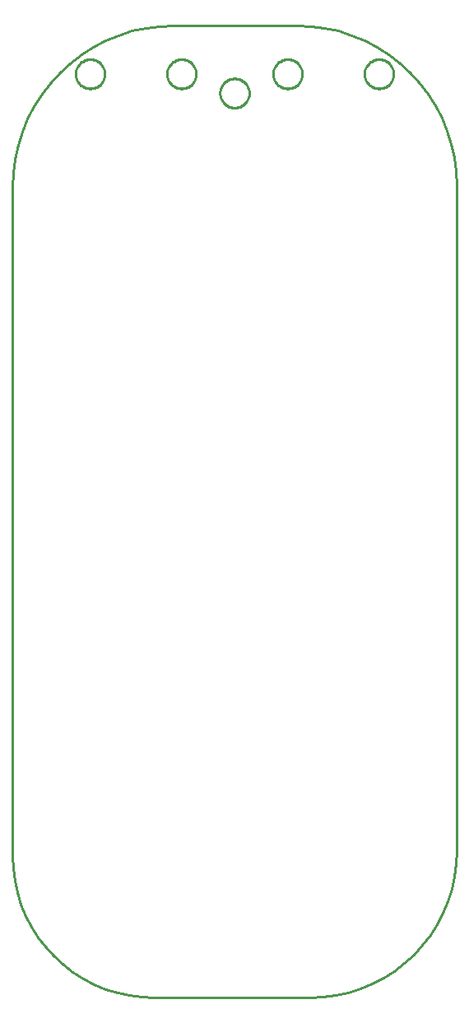
<source format=gbr>
G04 EAGLE Gerber RS-274X export*
G75*
%MOMM*%
%FSLAX34Y34*%
%LPD*%
%IN*%
%IPPOS*%
%AMOC8*
5,1,8,0,0,1.08239X$1,22.5*%
G01*
%ADD10C,0.254000*%


D10*
X0Y145696D02*
X554Y132998D01*
X2213Y120396D01*
X4964Y107987D01*
X8787Y95865D01*
X13651Y84122D01*
X19520Y72848D01*
X26349Y62128D01*
X34086Y52044D01*
X42673Y42673D01*
X52044Y34086D01*
X62128Y26349D01*
X72848Y19520D01*
X84122Y13651D01*
X95865Y8787D01*
X107987Y4964D01*
X120396Y2213D01*
X132998Y554D01*
X145696Y0D01*
X306206Y0D01*
X319348Y574D01*
X332391Y2291D01*
X345234Y5138D01*
X357780Y9094D01*
X369934Y14128D01*
X381603Y20203D01*
X392698Y27271D01*
X403134Y35279D01*
X412833Y44167D01*
X421721Y53866D01*
X429729Y64302D01*
X436797Y75397D01*
X442872Y87066D01*
X447906Y99220D01*
X451862Y111766D01*
X454709Y124609D01*
X456426Y137652D01*
X457000Y150794D01*
X457000Y835525D01*
X456374Y849860D01*
X454501Y864085D01*
X451396Y878094D01*
X447081Y891778D01*
X441590Y905035D01*
X434964Y917762D01*
X427255Y929864D01*
X418520Y941247D01*
X408826Y951826D01*
X398247Y961520D01*
X386864Y970255D01*
X374762Y977964D01*
X362035Y984590D01*
X348778Y990081D01*
X335094Y994396D01*
X321085Y997501D01*
X306860Y999374D01*
X292525Y1000000D01*
X166029Y1000000D01*
X151559Y999368D01*
X137199Y997478D01*
X123058Y994343D01*
X109244Y989987D01*
X95862Y984444D01*
X83015Y977756D01*
X70799Y969974D01*
X59308Y961157D01*
X48629Y951371D01*
X38843Y940692D01*
X30026Y929201D01*
X22244Y916985D01*
X15556Y904138D01*
X10013Y890756D01*
X5657Y876942D01*
X2522Y862801D01*
X632Y848441D01*
X0Y833971D01*
X0Y145696D01*
X213600Y930786D02*
X213676Y931854D01*
X213829Y932915D01*
X214057Y933962D01*
X214359Y934990D01*
X214733Y935994D01*
X215178Y936969D01*
X215692Y937909D01*
X216271Y938810D01*
X216913Y939668D01*
X217615Y940478D01*
X218372Y941235D01*
X219182Y941937D01*
X220040Y942579D01*
X220941Y943158D01*
X221881Y943672D01*
X222856Y944117D01*
X223860Y944491D01*
X224888Y944793D01*
X225935Y945021D01*
X226996Y945174D01*
X228064Y945250D01*
X229136Y945250D01*
X230204Y945174D01*
X231265Y945021D01*
X232312Y944793D01*
X233340Y944491D01*
X234344Y944117D01*
X235319Y943672D01*
X236259Y943158D01*
X237160Y942579D01*
X238018Y941937D01*
X238828Y941235D01*
X239585Y940478D01*
X240287Y939668D01*
X240929Y938810D01*
X241508Y937909D01*
X242022Y936969D01*
X242467Y935994D01*
X242841Y934990D01*
X243143Y933962D01*
X243371Y932915D01*
X243524Y931854D01*
X243600Y930786D01*
X243600Y929714D01*
X243524Y928646D01*
X243371Y927585D01*
X243143Y926538D01*
X242841Y925510D01*
X242467Y924506D01*
X242022Y923531D01*
X241508Y922591D01*
X240929Y921690D01*
X240287Y920832D01*
X239585Y920022D01*
X238828Y919265D01*
X238018Y918563D01*
X237160Y917921D01*
X236259Y917342D01*
X235319Y916828D01*
X234344Y916383D01*
X233340Y916009D01*
X232312Y915707D01*
X231265Y915479D01*
X230204Y915326D01*
X229136Y915250D01*
X228064Y915250D01*
X226996Y915326D01*
X225935Y915479D01*
X224888Y915707D01*
X223860Y916009D01*
X222856Y916383D01*
X221881Y916828D01*
X220941Y917342D01*
X220040Y917921D01*
X219182Y918563D01*
X218372Y919265D01*
X217615Y920022D01*
X216913Y920832D01*
X216271Y921690D01*
X215692Y922591D01*
X215178Y923531D01*
X214733Y924506D01*
X214359Y925510D01*
X214057Y926538D01*
X213829Y927585D01*
X213676Y928646D01*
X213600Y929714D01*
X213600Y930786D01*
X189000Y949464D02*
X188924Y948396D01*
X188771Y947335D01*
X188543Y946288D01*
X188241Y945260D01*
X187867Y944256D01*
X187422Y943281D01*
X186908Y942341D01*
X186329Y941440D01*
X185687Y940582D01*
X184985Y939772D01*
X184228Y939015D01*
X183418Y938313D01*
X182560Y937671D01*
X181659Y937092D01*
X180719Y936578D01*
X179744Y936133D01*
X178740Y935759D01*
X177712Y935457D01*
X176665Y935229D01*
X175604Y935076D01*
X174536Y935000D01*
X173464Y935000D01*
X172396Y935076D01*
X171335Y935229D01*
X170288Y935457D01*
X169260Y935759D01*
X168256Y936133D01*
X167281Y936578D01*
X166341Y937092D01*
X165440Y937671D01*
X164582Y938313D01*
X163772Y939015D01*
X163015Y939772D01*
X162313Y940582D01*
X161671Y941440D01*
X161092Y942341D01*
X160578Y943281D01*
X160133Y944256D01*
X159759Y945260D01*
X159457Y946288D01*
X159229Y947335D01*
X159076Y948396D01*
X159000Y949464D01*
X159000Y950536D01*
X159076Y951604D01*
X159229Y952665D01*
X159457Y953712D01*
X159759Y954740D01*
X160133Y955744D01*
X160578Y956719D01*
X161092Y957659D01*
X161671Y958560D01*
X162313Y959418D01*
X163015Y960228D01*
X163772Y960985D01*
X164582Y961687D01*
X165440Y962329D01*
X166341Y962908D01*
X167281Y963422D01*
X168256Y963867D01*
X169260Y964241D01*
X170288Y964543D01*
X171335Y964771D01*
X172396Y964924D01*
X173464Y965000D01*
X174536Y965000D01*
X175604Y964924D01*
X176665Y964771D01*
X177712Y964543D01*
X178740Y964241D01*
X179744Y963867D01*
X180719Y963422D01*
X181659Y962908D01*
X182560Y962329D01*
X183418Y961687D01*
X184228Y960985D01*
X184985Y960228D01*
X185687Y959418D01*
X186329Y958560D01*
X186908Y957659D01*
X187422Y956719D01*
X187867Y955744D01*
X188241Y954740D01*
X188543Y953712D01*
X188771Y952665D01*
X188924Y951604D01*
X189000Y950536D01*
X189000Y949464D01*
X95000Y949464D02*
X94924Y948396D01*
X94771Y947335D01*
X94543Y946288D01*
X94241Y945260D01*
X93867Y944256D01*
X93422Y943281D01*
X92908Y942341D01*
X92329Y941440D01*
X91687Y940582D01*
X90985Y939772D01*
X90228Y939015D01*
X89418Y938313D01*
X88560Y937671D01*
X87659Y937092D01*
X86719Y936578D01*
X85744Y936133D01*
X84740Y935759D01*
X83712Y935457D01*
X82665Y935229D01*
X81604Y935076D01*
X80536Y935000D01*
X79464Y935000D01*
X78396Y935076D01*
X77335Y935229D01*
X76288Y935457D01*
X75260Y935759D01*
X74256Y936133D01*
X73281Y936578D01*
X72341Y937092D01*
X71440Y937671D01*
X70582Y938313D01*
X69772Y939015D01*
X69015Y939772D01*
X68313Y940582D01*
X67671Y941440D01*
X67092Y942341D01*
X66578Y943281D01*
X66133Y944256D01*
X65759Y945260D01*
X65457Y946288D01*
X65229Y947335D01*
X65076Y948396D01*
X65000Y949464D01*
X65000Y950536D01*
X65076Y951604D01*
X65229Y952665D01*
X65457Y953712D01*
X65759Y954740D01*
X66133Y955744D01*
X66578Y956719D01*
X67092Y957659D01*
X67671Y958560D01*
X68313Y959418D01*
X69015Y960228D01*
X69772Y960985D01*
X70582Y961687D01*
X71440Y962329D01*
X72341Y962908D01*
X73281Y963422D01*
X74256Y963867D01*
X75260Y964241D01*
X76288Y964543D01*
X77335Y964771D01*
X78396Y964924D01*
X79464Y965000D01*
X80536Y965000D01*
X81604Y964924D01*
X82665Y964771D01*
X83712Y964543D01*
X84740Y964241D01*
X85744Y963867D01*
X86719Y963422D01*
X87659Y962908D01*
X88560Y962329D01*
X89418Y961687D01*
X90228Y960985D01*
X90985Y960228D01*
X91687Y959418D01*
X92329Y958560D01*
X92908Y957659D01*
X93422Y956719D01*
X93867Y955744D01*
X94241Y954740D01*
X94543Y953712D01*
X94771Y952665D01*
X94924Y951604D01*
X95000Y950536D01*
X95000Y949464D01*
X392200Y949464D02*
X392124Y948396D01*
X391971Y947335D01*
X391743Y946288D01*
X391441Y945260D01*
X391067Y944256D01*
X390622Y943281D01*
X390108Y942341D01*
X389529Y941440D01*
X388887Y940582D01*
X388185Y939772D01*
X387428Y939015D01*
X386618Y938313D01*
X385760Y937671D01*
X384859Y937092D01*
X383919Y936578D01*
X382944Y936133D01*
X381940Y935759D01*
X380912Y935457D01*
X379865Y935229D01*
X378804Y935076D01*
X377736Y935000D01*
X376664Y935000D01*
X375596Y935076D01*
X374535Y935229D01*
X373488Y935457D01*
X372460Y935759D01*
X371456Y936133D01*
X370481Y936578D01*
X369541Y937092D01*
X368640Y937671D01*
X367782Y938313D01*
X366972Y939015D01*
X366215Y939772D01*
X365513Y940582D01*
X364871Y941440D01*
X364292Y942341D01*
X363778Y943281D01*
X363333Y944256D01*
X362959Y945260D01*
X362657Y946288D01*
X362429Y947335D01*
X362276Y948396D01*
X362200Y949464D01*
X362200Y950536D01*
X362276Y951604D01*
X362429Y952665D01*
X362657Y953712D01*
X362959Y954740D01*
X363333Y955744D01*
X363778Y956719D01*
X364292Y957659D01*
X364871Y958560D01*
X365513Y959418D01*
X366215Y960228D01*
X366972Y960985D01*
X367782Y961687D01*
X368640Y962329D01*
X369541Y962908D01*
X370481Y963422D01*
X371456Y963867D01*
X372460Y964241D01*
X373488Y964543D01*
X374535Y964771D01*
X375596Y964924D01*
X376664Y965000D01*
X377736Y965000D01*
X378804Y964924D01*
X379865Y964771D01*
X380912Y964543D01*
X381940Y964241D01*
X382944Y963867D01*
X383919Y963422D01*
X384859Y962908D01*
X385760Y962329D01*
X386618Y961687D01*
X387428Y960985D01*
X388185Y960228D01*
X388887Y959418D01*
X389529Y958560D01*
X390108Y957659D01*
X390622Y956719D01*
X391067Y955744D01*
X391441Y954740D01*
X391743Y953712D01*
X391971Y952665D01*
X392124Y951604D01*
X392200Y950536D01*
X392200Y949464D01*
X298200Y949464D02*
X298124Y948396D01*
X297971Y947335D01*
X297743Y946288D01*
X297441Y945260D01*
X297067Y944256D01*
X296622Y943281D01*
X296108Y942341D01*
X295529Y941440D01*
X294887Y940582D01*
X294185Y939772D01*
X293428Y939015D01*
X292618Y938313D01*
X291760Y937671D01*
X290859Y937092D01*
X289919Y936578D01*
X288944Y936133D01*
X287940Y935759D01*
X286912Y935457D01*
X285865Y935229D01*
X284804Y935076D01*
X283736Y935000D01*
X282664Y935000D01*
X281596Y935076D01*
X280535Y935229D01*
X279488Y935457D01*
X278460Y935759D01*
X277456Y936133D01*
X276481Y936578D01*
X275541Y937092D01*
X274640Y937671D01*
X273782Y938313D01*
X272972Y939015D01*
X272215Y939772D01*
X271513Y940582D01*
X270871Y941440D01*
X270292Y942341D01*
X269778Y943281D01*
X269333Y944256D01*
X268959Y945260D01*
X268657Y946288D01*
X268429Y947335D01*
X268276Y948396D01*
X268200Y949464D01*
X268200Y950536D01*
X268276Y951604D01*
X268429Y952665D01*
X268657Y953712D01*
X268959Y954740D01*
X269333Y955744D01*
X269778Y956719D01*
X270292Y957659D01*
X270871Y958560D01*
X271513Y959418D01*
X272215Y960228D01*
X272972Y960985D01*
X273782Y961687D01*
X274640Y962329D01*
X275541Y962908D01*
X276481Y963422D01*
X277456Y963867D01*
X278460Y964241D01*
X279488Y964543D01*
X280535Y964771D01*
X281596Y964924D01*
X282664Y965000D01*
X283736Y965000D01*
X284804Y964924D01*
X285865Y964771D01*
X286912Y964543D01*
X287940Y964241D01*
X288944Y963867D01*
X289919Y963422D01*
X290859Y962908D01*
X291760Y962329D01*
X292618Y961687D01*
X293428Y960985D01*
X294185Y960228D01*
X294887Y959418D01*
X295529Y958560D01*
X296108Y957659D01*
X296622Y956719D01*
X297067Y955744D01*
X297441Y954740D01*
X297743Y953712D01*
X297971Y952665D01*
X298124Y951604D01*
X298200Y950536D01*
X298200Y949464D01*
M02*

</source>
